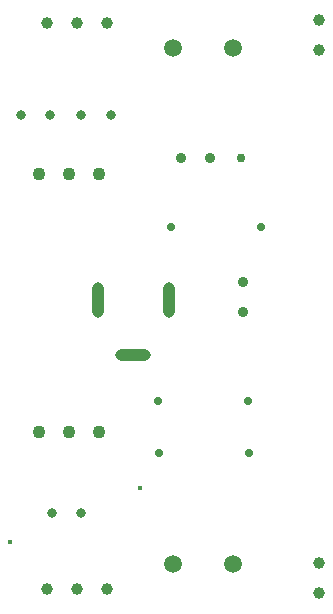
<source format=gbr>
%TF.GenerationSoftware,KiCad,Pcbnew,7.0.5*%
%TF.CreationDate,2023-06-26T08:29:20+05:30*%
%TF.ProjectId,Power supply pcb,506f7765-7220-4737-9570-706c79207063,rev?*%
%TF.SameCoordinates,Original*%
%TF.FileFunction,Plated,1,2,PTH,Mixed*%
%TF.FilePolarity,Positive*%
%FSLAX46Y46*%
G04 Gerber Fmt 4.6, Leading zero omitted, Abs format (unit mm)*
G04 Created by KiCad (PCBNEW 7.0.5) date 2023-06-26 08:29:20*
%MOMM*%
%LPD*%
G01*
G04 APERTURE LIST*
%TA.AperFunction,ViaDrill*%
%ADD10C,0.400000*%
%TD*%
%TA.AperFunction,ComponentDrill*%
%ADD11C,0.700000*%
%TD*%
%TA.AperFunction,ComponentDrill*%
%ADD12C,0.762000*%
%TD*%
%TA.AperFunction,ComponentDrill*%
%ADD13C,0.800000*%
%TD*%
%TA.AperFunction,ComponentDrill*%
%ADD14C,0.889000*%
%TD*%
%TA.AperFunction,ComponentDrill*%
%ADD15C,0.900000*%
%TD*%
%TA.AperFunction,ComponentDrill*%
%ADD16C,1.000000*%
%TD*%
G04 aperture for slot hole*
%TA.AperFunction,ComponentDrill*%
%ADD17O,1.000000X3.000000*%
%TD*%
G04 aperture for slot hole*
%TA.AperFunction,ComponentDrill*%
%ADD18O,3.000000X1.000000*%
%TD*%
%TA.AperFunction,ComponentDrill*%
%ADD19C,1.100000*%
%TD*%
%TA.AperFunction,ComponentDrill*%
%ADD20C,1.520000*%
%TD*%
G04 APERTURE END LIST*
D10*
X98145600Y-115189000D03*
X109118400Y-110617000D03*
D11*
%TO.C,R3*%
X110617000Y-103251000D03*
%TO.C,R2*%
X110744000Y-107721400D03*
%TO.C,R1*%
X111760000Y-88544400D03*
%TO.C,R3*%
X118237000Y-103251000D03*
%TO.C,R2*%
X118364000Y-107721400D03*
%TO.C,R1*%
X119380000Y-88544400D03*
D12*
%TO.C,S1*%
X117652800Y-82702400D03*
D13*
%TO.C,C3*%
X99049200Y-79044800D03*
X101549200Y-79044800D03*
%TO.C,C2*%
X101640000Y-112776000D03*
X104140000Y-112776000D03*
%TO.C,C1*%
X104154600Y-79070200D03*
X106654600Y-79070200D03*
D14*
%TO.C,S1*%
X112572800Y-82702400D03*
X115072800Y-82702400D03*
D15*
%TO.C,D1*%
X117842000Y-93223000D03*
X117842000Y-95763000D03*
D16*
%TO.C,J2*%
X101219000Y-71247000D03*
%TO.C,J5*%
X101219000Y-119202200D03*
%TO.C,J2*%
X103759000Y-71247000D03*
%TO.C,J5*%
X103759000Y-119202200D03*
D17*
%TO.C,J1*%
X105556800Y-94716600D03*
D16*
%TO.C,J2*%
X106299000Y-71247000D03*
%TO.C,J5*%
X106299000Y-119202200D03*
D18*
%TO.C,J1*%
X108556800Y-99416600D03*
D17*
X111556800Y-94716600D03*
D16*
%TO.C,J3*%
X124282200Y-71018400D03*
X124282200Y-73558400D03*
%TO.C,J6*%
X124282200Y-117043200D03*
X124282200Y-119583200D03*
D19*
%TO.C,U2*%
X100558600Y-84099400D03*
%TO.C,U1*%
X100558600Y-105892600D03*
%TO.C,U2*%
X103098600Y-84099400D03*
%TO.C,U1*%
X103098600Y-105892600D03*
%TO.C,U2*%
X105638600Y-84099400D03*
%TO.C,U1*%
X105638600Y-105892600D03*
D20*
%TO.C,J4*%
X111887000Y-73380600D03*
%TO.C,J7*%
X111887000Y-117094000D03*
%TO.C,J4*%
X116967000Y-73380600D03*
%TO.C,J7*%
X116967000Y-117094000D03*
M02*

</source>
